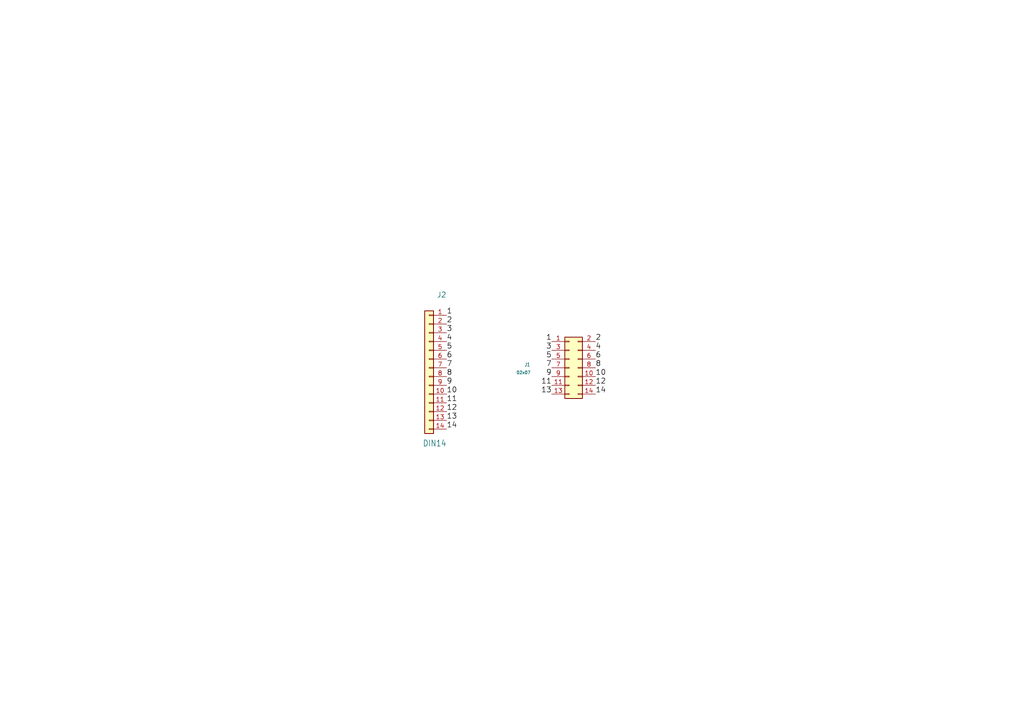
<source format=kicad_sch>
(kicad_sch (version 20210126) (generator eeschema)
  (paper "A4")
  (lib_symbols
    (symbol "Connector_Generic:Conn_01x14" (pin_names (offset 1.016) hide)
      (property "Reference" "J" (at 0 17.78 0))
      (property "Value" "Conn_01x14" (at 0 -20.32 0))
      (symbol "Conn_01x14_1_1"
        (rectangle (start -1.27 -17.653) (end 0 -17.907) (stroke (width 0.1524)))
        (rectangle (start -1.27 -15.113) (end 0 -15.367) (stroke (width 0.1524)))
        (rectangle (start -1.27 -12.573) (end 0 -12.827) (stroke (width 0.1524)))
        (rectangle (start -1.27 -10.033) (end 0 -10.287) (stroke (width 0.1524)))
        (rectangle (start -1.27 -7.493) (end 0 -7.747) (stroke (width 0.1524)))
        (rectangle (start -1.27 -4.953) (end 0 -5.207) (stroke (width 0.1524)))
        (rectangle (start -1.27 -2.413) (end 0 -2.667) (stroke (width 0.1524)))
        (rectangle (start -1.27 0.127) (end 0 -0.127) (stroke (width 0.1524)))
        (rectangle (start -1.27 2.667) (end 0 2.413) (stroke (width 0.1524)))
        (rectangle (start -1.27 5.207) (end 0 4.953) (stroke (width 0.1524)))
        (rectangle (start -1.27 7.747) (end 0 7.493) (stroke (width 0.1524)))
        (rectangle (start -1.27 10.287) (end 0 10.033) (stroke (width 0.1524)))
        (rectangle (start -1.27 12.827) (end 0 12.573) (stroke (width 0.1524)))
        (rectangle (start -1.27 15.367) (end 0 15.113) (stroke (width 0.1524)))
        (rectangle (start -1.27 16.51) (end 1.27 -19.05) (stroke (width 0.254)) (fill (type background)))
        (pin passive line (at -5.08 15.24 0) (length 3.81) (name "Pin_1") (number "1"))
        (pin passive line (at -5.08 -7.62 0) (length 3.81) (name "Pin_10") (number "10"))
        (pin passive line (at -5.08 -10.16 0) (length 3.81) (name "Pin_11") (number "11"))
        (pin passive line (at -5.08 -12.7 0) (length 3.81) (name "Pin_12") (number "12"))
        (pin passive line (at -5.08 -15.24 0) (length 3.81) (name "Pin_13") (number "13"))
        (pin passive line (at -5.08 -17.78 0) (length 3.81) (name "Pin_14") (number "14"))
        (pin passive line (at -5.08 12.7 0) (length 3.81) (name "Pin_2") (number "2"))
        (pin passive line (at -5.08 10.16 0) (length 3.81) (name "Pin_3") (number "3"))
        (pin passive line (at -5.08 7.62 0) (length 3.81) (name "Pin_4") (number "4"))
        (pin passive line (at -5.08 5.08 0) (length 3.81) (name "Pin_5") (number "5"))
        (pin passive line (at -5.08 2.54 0) (length 3.81) (name "Pin_6") (number "6"))
        (pin passive line (at -5.08 0 0) (length 3.81) (name "Pin_7") (number "7"))
        (pin passive line (at -5.08 -2.54 0) (length 3.81) (name "Pin_8") (number "8"))
        (pin passive line (at -5.08 -5.08 0) (length 3.81) (name "Pin_9") (number "9"))
      )
    )
    (symbol "Connector_Generic:Conn_02x07_Odd_Even" (pin_names (offset 1.016) hide)
      (property "Reference" "J" (at 1.27 10.16 0))
      (property "Value" "Conn_02x07_Odd_Even" (at 1.27 -10.16 0))
      (symbol "Conn_02x07_Odd_Even_1_1"
        (rectangle (start -1.27 -7.493) (end 0 -7.747) (stroke (width 0.1524)))
        (rectangle (start -1.27 -4.953) (end 0 -5.207) (stroke (width 0.1524)))
        (rectangle (start -1.27 -2.413) (end 0 -2.667) (stroke (width 0.1524)))
        (rectangle (start -1.27 0.127) (end 0 -0.127) (stroke (width 0.1524)))
        (rectangle (start -1.27 2.667) (end 0 2.413) (stroke (width 0.1524)))
        (rectangle (start -1.27 5.207) (end 0 4.953) (stroke (width 0.1524)))
        (rectangle (start -1.27 7.747) (end 0 7.493) (stroke (width 0.1524)))
        (rectangle (start 3.81 -7.493) (end 2.54 -7.747) (stroke (width 0.1524)))
        (rectangle (start 3.81 -4.953) (end 2.54 -5.207) (stroke (width 0.1524)))
        (rectangle (start 3.81 -2.413) (end 2.54 -2.667) (stroke (width 0.1524)))
        (rectangle (start 3.81 0.127) (end 2.54 -0.127) (stroke (width 0.1524)))
        (rectangle (start 3.81 2.667) (end 2.54 2.413) (stroke (width 0.1524)))
        (rectangle (start 3.81 5.207) (end 2.54 4.953) (stroke (width 0.1524)))
        (rectangle (start 3.81 7.747) (end 2.54 7.493) (stroke (width 0.1524)))
        (rectangle (start -1.27 8.89) (end 3.81 -8.89) (stroke (width 0.254)) (fill (type background)))
        (pin passive line (at -5.08 7.62 0) (length 3.81) (name "Pin_1") (number "1"))
        (pin passive line (at 7.62 -2.54 180) (length 3.81) (name "Pin_10") (number "10"))
        (pin passive line (at -5.08 -5.08 0) (length 3.81) (name "Pin_11") (number "11"))
        (pin passive line (at 7.62 -5.08 180) (length 3.81) (name "Pin_12") (number "12"))
        (pin passive line (at -5.08 -7.62 0) (length 3.81) (name "Pin_13") (number "13"))
        (pin passive line (at 7.62 -7.62 180) (length 3.81) (name "Pin_14") (number "14"))
        (pin passive line (at 7.62 7.62 180) (length 3.81) (name "Pin_2") (number "2"))
        (pin passive line (at -5.08 5.08 0) (length 3.81) (name "Pin_3") (number "3"))
        (pin passive line (at 7.62 5.08 180) (length 3.81) (name "Pin_4") (number "4"))
        (pin passive line (at -5.08 2.54 0) (length 3.81) (name "Pin_5") (number "5"))
        (pin passive line (at 7.62 2.54 180) (length 3.81) (name "Pin_6") (number "6"))
        (pin passive line (at -5.08 0 0) (length 3.81) (name "Pin_7") (number "7"))
        (pin passive line (at 7.62 0 180) (length 3.81) (name "Pin_8") (number "8"))
        (pin passive line (at -5.08 -2.54 0) (length 3.81) (name "Pin_9") (number "9"))
      )
    )
  )
  (label "1" (at 129.54 91.44 0) (effects (font (size 1.5113 1.5113))))
  (label "2" (at 129.54 93.98 0) (effects (font (size 1.5113 1.5113))))
  (label "3" (at 129.54 96.52 0) (effects (font (size 1.5113 1.5113))))
  (label "4" (at 129.54 99.06 0) (effects (font (size 1.5113 1.5113))))
  (label "5" (at 129.54 101.6 0) (effects (font (size 1.5113 1.5113))))
  (label "6" (at 129.54 104.14 0) (effects (font (size 1.5113 1.5113))))
  (label "7" (at 129.54 106.68 0) (effects (font (size 1.5113 1.5113))))
  (label "8" (at 129.54 109.22 0) (effects (font (size 1.5113 1.5113))))
  (label "9" (at 129.54 111.76 0) (effects (font (size 1.5113 1.5113))))
  (label "10" (at 129.54 114.3 0) (effects (font (size 1.5113 1.5113))))
  (label "11" (at 129.54 116.84 0) (effects (font (size 1.5113 1.5113))))
  (label "12" (at 129.54 119.38 0) (effects (font (size 1.5113 1.5113))))
  (label "13" (at 129.54 121.92 0) (effects (font (size 1.5113 1.5113))))
  (label "14" (at 129.54 124.46 0) (effects (font (size 1.5113 1.5113))))
  (label "1" (at 160.02 99.06 180) (effects (font (size 1.5113 1.5113))))
  (label "3" (at 160.02 101.6 180) (effects (font (size 1.5113 1.5113))))
  (label "5" (at 160.02 104.14 180) (effects (font (size 1.5113 1.5113))))
  (label "7" (at 160.02 106.68 180) (effects (font (size 1.5113 1.5113))))
  (label "9" (at 160.02 109.22 180) (effects (font (size 1.5113 1.5113))))
  (label "11" (at 160.02 111.76 180) (effects (font (size 1.5113 1.5113))))
  (label "13" (at 160.02 114.3 180) (effects (font (size 1.5113 1.5113))))
  (label "2" (at 172.72 99.06 0) (effects (font (size 1.5113 1.5113))))
  (label "4" (at 172.72 101.6 0) (effects (font (size 1.5113 1.5113))))
  (label "6" (at 172.72 104.14 0) (effects (font (size 1.5113 1.5113))))
  (label "8" (at 172.72 106.68 0) (effects (font (size 1.5113 1.5113))))
  (label "10" (at 172.72 109.22 0) (effects (font (size 1.5113 1.5113))))
  (label "12" (at 172.72 111.76 0) (effects (font (size 1.5113 1.5113))))
  (label "14" (at 172.72 114.3 0) (effects (font (size 1.5113 1.5113))))
  (symbol (lib_id "Connector_Generic:Conn_02x07_Odd_Even") (at 165.1 106.68 0) (unit 1)
    (property "Reference" "J1" (at 153.76 106.33 0) (effects (font (size 1.016 0.8636)) (justify right bottom)))
    (property "Value" "02x07" (at 153.9 108.55 0) (effects (font (size 0.8636 0.8636)) (justify right bottom)))
    (property "Footprint" "Connector_IDC:IDC-Header_2x07_P2.54mm_Vertical" (effects hide))
  )
  (symbol (lib_id "Connector_Generic:Conn_01x14") (at 124.46 106.68 0) (mirror y) (unit 1)
    (property "Reference" "J2" (at 129.54 86.36 0) (effects (font (size 1.5113 1.5113)) (justify left bottom)))
    (property "Value" "DIN14" (at 129.54 129.54 0) (effects (font (size 1.778 1.5113)) (justify left bottom)))
    (property "Footprint" "adapter:DIN14" (effects hide))
  )
)
</source>
